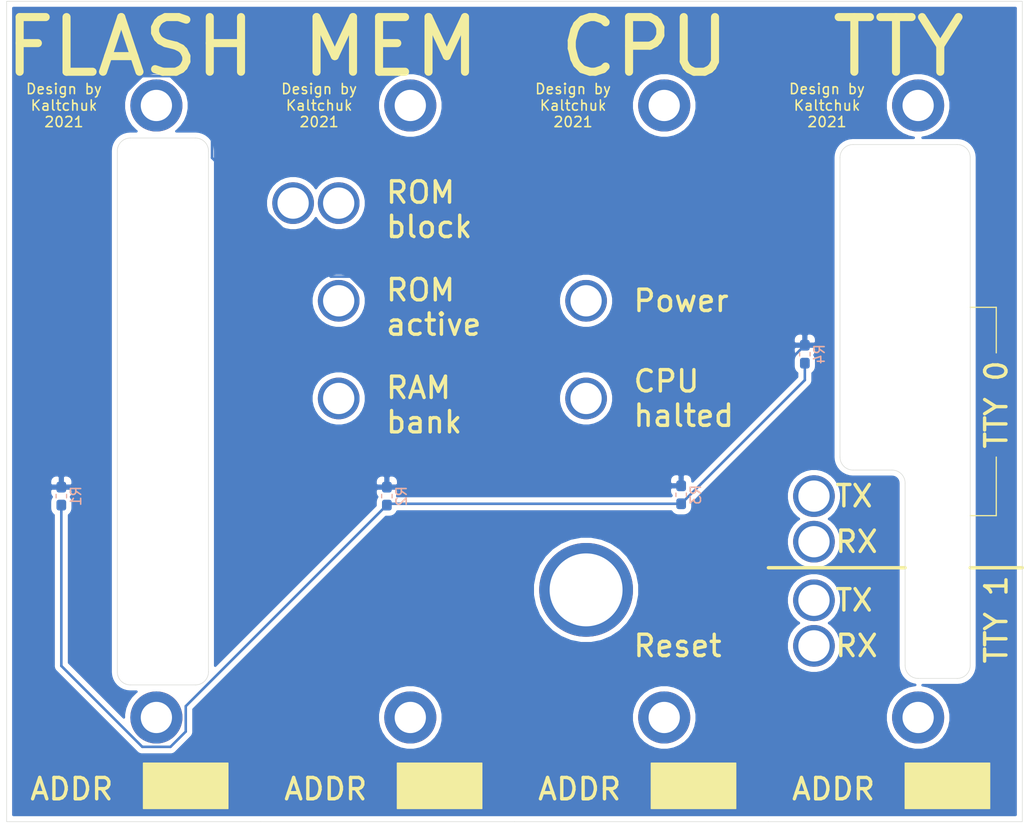
<source format=kicad_pcb>
(kicad_pcb (version 20171130) (host pcbnew "(5.1.4)-1")

  (general
    (thickness 1.6)
    (drawings 67)
    (tracks 44)
    (zones 0)
    (modules 4)
    (nets 3)
  )

  (page A4)
  (layers
    (0 F.Cu signal)
    (31 B.Cu signal)
    (32 B.Adhes user)
    (33 F.Adhes user)
    (34 B.Paste user)
    (35 F.Paste user)
    (36 B.SilkS user)
    (37 F.SilkS user)
    (38 B.Mask user)
    (39 F.Mask user)
    (40 Dwgs.User user)
    (41 Cmts.User user)
    (42 Eco1.User user)
    (43 Eco2.User user)
    (44 Edge.Cuts user)
    (45 Margin user)
    (46 B.CrtYd user)
    (47 F.CrtYd user)
    (48 B.Fab user)
    (49 F.Fab user)
  )

  (setup
    (last_trace_width 0.25)
    (trace_clearance 0.2)
    (zone_clearance 0.508)
    (zone_45_only no)
    (trace_min 0.2)
    (via_size 0.8)
    (via_drill 0.4)
    (via_min_size 0.4)
    (via_min_drill 0.3)
    (uvia_size 0.3)
    (uvia_drill 0.1)
    (uvias_allowed no)
    (uvia_min_size 0.2)
    (uvia_min_drill 0.1)
    (edge_width 0.05)
    (segment_width 0.2)
    (pcb_text_width 0.3)
    (pcb_text_size 1.5 1.5)
    (mod_edge_width 0.12)
    (mod_text_size 1 1)
    (mod_text_width 0.15)
    (pad_size 1.524 1.524)
    (pad_drill 0.762)
    (pad_to_mask_clearance 0.05)
    (aux_axis_origin 0 0)
    (visible_elements 7FFFFFFF)
    (pcbplotparams
      (layerselection 0x030f0_ffffffff)
      (usegerberextensions false)
      (usegerberattributes true)
      (usegerberadvancedattributes true)
      (creategerberjobfile true)
      (excludeedgelayer true)
      (linewidth 0.100000)
      (plotframeref false)
      (viasonmask false)
      (mode 1)
      (useauxorigin false)
      (hpglpennumber 1)
      (hpglpenspeed 20)
      (hpglpendiameter 15.000000)
      (psnegative false)
      (psa4output false)
      (plotreference true)
      (plotvalue true)
      (plotinvisibletext false)
      (padsonsilk false)
      (subtractmaskfromsilk false)
      (outputformat 1)
      (mirror false)
      (drillshape 0)
      (scaleselection 1)
      (outputdirectory ""))
  )

  (net 0 "")
  (net 1 +5V)
  (net 2 GND)

  (net_class Default "This is the default net class."
    (clearance 0.2)
    (trace_width 0.25)
    (via_dia 0.8)
    (via_drill 0.4)
    (uvia_dia 0.3)
    (uvia_drill 0.1)
    (add_net +5V)
    (add_net GND)
  )

  (module Resistor_SMD:R_0603_1608Metric_Pad1.05x0.95mm_HandSolder (layer B.Cu) (tedit 5B301BBD) (tstamp 61EDA323)
    (at 87.884 75.565 90)
    (descr "Resistor SMD 0603 (1608 Metric), square (rectangular) end terminal, IPC_7351 nominal with elongated pad for handsoldering. (Body size source: http://www.tortai-tech.com/upload/download/2011102023233369053.pdf), generated with kicad-footprint-generator")
    (tags "resistor handsolder")
    (path /61EDB279)
    (attr smd)
    (fp_text reference R1 (at 0 1.43 -90) (layer B.SilkS)
      (effects (font (size 1 1) (thickness 0.15)) (justify mirror))
    )
    (fp_text value 1k (at 0 -1.43 -90) (layer B.Fab)
      (effects (font (size 1 1) (thickness 0.15)) (justify mirror))
    )
    (fp_line (start -0.8 -0.4) (end -0.8 0.4) (layer B.Fab) (width 0.1))
    (fp_line (start -0.8 0.4) (end 0.8 0.4) (layer B.Fab) (width 0.1))
    (fp_line (start 0.8 0.4) (end 0.8 -0.4) (layer B.Fab) (width 0.1))
    (fp_line (start 0.8 -0.4) (end -0.8 -0.4) (layer B.Fab) (width 0.1))
    (fp_line (start -0.171267 0.51) (end 0.171267 0.51) (layer B.SilkS) (width 0.12))
    (fp_line (start -0.171267 -0.51) (end 0.171267 -0.51) (layer B.SilkS) (width 0.12))
    (fp_line (start -1.65 -0.73) (end -1.65 0.73) (layer B.CrtYd) (width 0.05))
    (fp_line (start -1.65 0.73) (end 1.65 0.73) (layer B.CrtYd) (width 0.05))
    (fp_line (start 1.65 0.73) (end 1.65 -0.73) (layer B.CrtYd) (width 0.05))
    (fp_line (start 1.65 -0.73) (end -1.65 -0.73) (layer B.CrtYd) (width 0.05))
    (fp_text user %R (at 0 0 -90) (layer B.Fab)
      (effects (font (size 0.4 0.4) (thickness 0.06)) (justify mirror))
    )
    (pad 1 smd roundrect (at -0.875 0 90) (size 1.05 0.95) (layers B.Cu B.Paste B.Mask) (roundrect_rratio 0.25)
      (net 1 +5V))
    (pad 2 smd roundrect (at 0.875 0 90) (size 1.05 0.95) (layers B.Cu B.Paste B.Mask) (roundrect_rratio 0.25)
      (net 2 GND))
    (model ${KISYS3DMOD}/Resistor_SMD.3dshapes/R_0603_1608Metric.wrl
      (at (xyz 0 0 0))
      (scale (xyz 1 1 1))
      (rotate (xyz 0 0 0))
    )
  )

  (module Resistor_SMD:R_0603_1608Metric_Pad1.05x0.95mm_HandSolder (layer B.Cu) (tedit 5B301BBD) (tstamp 61EDA334)
    (at 119.634 75.565 90)
    (descr "Resistor SMD 0603 (1608 Metric), square (rectangular) end terminal, IPC_7351 nominal with elongated pad for handsoldering. (Body size source: http://www.tortai-tech.com/upload/download/2011102023233369053.pdf), generated with kicad-footprint-generator")
    (tags "resistor handsolder")
    (path /61EDAB12)
    (attr smd)
    (fp_text reference R2 (at 0 1.43 -90) (layer B.SilkS)
      (effects (font (size 1 1) (thickness 0.15)) (justify mirror))
    )
    (fp_text value 1k (at 0 -1.43 -90) (layer B.Fab)
      (effects (font (size 1 1) (thickness 0.15)) (justify mirror))
    )
    (fp_text user %R (at 0 0 -90) (layer B.Fab)
      (effects (font (size 0.4 0.4) (thickness 0.06)) (justify mirror))
    )
    (fp_line (start 1.65 -0.73) (end -1.65 -0.73) (layer B.CrtYd) (width 0.05))
    (fp_line (start 1.65 0.73) (end 1.65 -0.73) (layer B.CrtYd) (width 0.05))
    (fp_line (start -1.65 0.73) (end 1.65 0.73) (layer B.CrtYd) (width 0.05))
    (fp_line (start -1.65 -0.73) (end -1.65 0.73) (layer B.CrtYd) (width 0.05))
    (fp_line (start -0.171267 -0.51) (end 0.171267 -0.51) (layer B.SilkS) (width 0.12))
    (fp_line (start -0.171267 0.51) (end 0.171267 0.51) (layer B.SilkS) (width 0.12))
    (fp_line (start 0.8 -0.4) (end -0.8 -0.4) (layer B.Fab) (width 0.1))
    (fp_line (start 0.8 0.4) (end 0.8 -0.4) (layer B.Fab) (width 0.1))
    (fp_line (start -0.8 0.4) (end 0.8 0.4) (layer B.Fab) (width 0.1))
    (fp_line (start -0.8 -0.4) (end -0.8 0.4) (layer B.Fab) (width 0.1))
    (pad 2 smd roundrect (at 0.875 0 90) (size 1.05 0.95) (layers B.Cu B.Paste B.Mask) (roundrect_rratio 0.25)
      (net 2 GND))
    (pad 1 smd roundrect (at -0.875 0 90) (size 1.05 0.95) (layers B.Cu B.Paste B.Mask) (roundrect_rratio 0.25)
      (net 1 +5V))
    (model ${KISYS3DMOD}/Resistor_SMD.3dshapes/R_0603_1608Metric.wrl
      (at (xyz 0 0 0))
      (scale (xyz 1 1 1))
      (rotate (xyz 0 0 0))
    )
  )

  (module Resistor_SMD:R_0603_1608Metric_Pad1.05x0.95mm_HandSolder (layer B.Cu) (tedit 5B301BBD) (tstamp 61EDA345)
    (at 148.336 75.438 90)
    (descr "Resistor SMD 0603 (1608 Metric), square (rectangular) end terminal, IPC_7351 nominal with elongated pad for handsoldering. (Body size source: http://www.tortai-tech.com/upload/download/2011102023233369053.pdf), generated with kicad-footprint-generator")
    (tags "resistor handsolder")
    (path /61EDA887)
    (attr smd)
    (fp_text reference R3 (at 0 1.43 -90) (layer B.SilkS)
      (effects (font (size 1 1) (thickness 0.15)) (justify mirror))
    )
    (fp_text value 1k (at 0 -1.43 -90) (layer B.Fab)
      (effects (font (size 1 1) (thickness 0.15)) (justify mirror))
    )
    (fp_line (start -0.8 -0.4) (end -0.8 0.4) (layer B.Fab) (width 0.1))
    (fp_line (start -0.8 0.4) (end 0.8 0.4) (layer B.Fab) (width 0.1))
    (fp_line (start 0.8 0.4) (end 0.8 -0.4) (layer B.Fab) (width 0.1))
    (fp_line (start 0.8 -0.4) (end -0.8 -0.4) (layer B.Fab) (width 0.1))
    (fp_line (start -0.171267 0.51) (end 0.171267 0.51) (layer B.SilkS) (width 0.12))
    (fp_line (start -0.171267 -0.51) (end 0.171267 -0.51) (layer B.SilkS) (width 0.12))
    (fp_line (start -1.65 -0.73) (end -1.65 0.73) (layer B.CrtYd) (width 0.05))
    (fp_line (start -1.65 0.73) (end 1.65 0.73) (layer B.CrtYd) (width 0.05))
    (fp_line (start 1.65 0.73) (end 1.65 -0.73) (layer B.CrtYd) (width 0.05))
    (fp_line (start 1.65 -0.73) (end -1.65 -0.73) (layer B.CrtYd) (width 0.05))
    (fp_text user %R (at 0 0 -90) (layer B.Fab)
      (effects (font (size 0.4 0.4) (thickness 0.06)) (justify mirror))
    )
    (pad 1 smd roundrect (at -0.875 0 90) (size 1.05 0.95) (layers B.Cu B.Paste B.Mask) (roundrect_rratio 0.25)
      (net 1 +5V))
    (pad 2 smd roundrect (at 0.875 0 90) (size 1.05 0.95) (layers B.Cu B.Paste B.Mask) (roundrect_rratio 0.25)
      (net 2 GND))
    (model ${KISYS3DMOD}/Resistor_SMD.3dshapes/R_0603_1608Metric.wrl
      (at (xyz 0 0 0))
      (scale (xyz 1 1 1))
      (rotate (xyz 0 0 0))
    )
  )

  (module Resistor_SMD:R_0603_1608Metric_Pad1.05x0.95mm_HandSolder (layer B.Cu) (tedit 5B301BBD) (tstamp 61EDA356)
    (at 160.401 61.722 90)
    (descr "Resistor SMD 0603 (1608 Metric), square (rectangular) end terminal, IPC_7351 nominal with elongated pad for handsoldering. (Body size source: http://www.tortai-tech.com/upload/download/2011102023233369053.pdf), generated with kicad-footprint-generator")
    (tags "resistor handsolder")
    (path /61EDB9F7)
    (attr smd)
    (fp_text reference R4 (at 0 1.43 -90) (layer B.SilkS)
      (effects (font (size 1 1) (thickness 0.15)) (justify mirror))
    )
    (fp_text value 1k (at 0 -1.43 -90) (layer B.Fab)
      (effects (font (size 1 1) (thickness 0.15)) (justify mirror))
    )
    (fp_text user %R (at 0 0 -90) (layer B.Fab)
      (effects (font (size 0.4 0.4) (thickness 0.06)) (justify mirror))
    )
    (fp_line (start 1.65 -0.73) (end -1.65 -0.73) (layer B.CrtYd) (width 0.05))
    (fp_line (start 1.65 0.73) (end 1.65 -0.73) (layer B.CrtYd) (width 0.05))
    (fp_line (start -1.65 0.73) (end 1.65 0.73) (layer B.CrtYd) (width 0.05))
    (fp_line (start -1.65 -0.73) (end -1.65 0.73) (layer B.CrtYd) (width 0.05))
    (fp_line (start -0.171267 -0.51) (end 0.171267 -0.51) (layer B.SilkS) (width 0.12))
    (fp_line (start -0.171267 0.51) (end 0.171267 0.51) (layer B.SilkS) (width 0.12))
    (fp_line (start 0.8 -0.4) (end -0.8 -0.4) (layer B.Fab) (width 0.1))
    (fp_line (start 0.8 0.4) (end 0.8 -0.4) (layer B.Fab) (width 0.1))
    (fp_line (start -0.8 0.4) (end 0.8 0.4) (layer B.Fab) (width 0.1))
    (fp_line (start -0.8 -0.4) (end -0.8 0.4) (layer B.Fab) (width 0.1))
    (pad 2 smd roundrect (at 0.875 0 90) (size 1.05 0.95) (layers B.Cu B.Paste B.Mask) (roundrect_rratio 0.25)
      (net 2 GND))
    (pad 1 smd roundrect (at -0.875 0 90) (size 1.05 0.95) (layers B.Cu B.Paste B.Mask) (roundrect_rratio 0.25)
      (net 1 +5V))
    (model ${KISYS3DMOD}/Resistor_SMD.3dshapes/R_0603_1608Metric.wrl
      (at (xyz 0 0 0))
      (scale (xyz 1 1 1))
      (rotate (xyz 0 0 0))
    )
  )

  (gr_line (start 170.18 74.295) (end 170.18 92.075) (layer Edge.Cuts) (width 0.05) (tstamp 61E90C16))
  (gr_line (start 165.1 73.025) (end 168.91 73.025) (layer Edge.Cuts) (width 0.05) (tstamp 61E90C0E))
  (gr_line (start 163.83 42.545) (end 163.83 71.755) (layer Edge.Cuts) (width 0.05) (tstamp 61E90C09))
  (gr_line (start 175.26 41.275) (end 165.1 41.275) (layer Edge.Cuts) (width 0.05) (tstamp 61E90BFC))
  (gr_line (start 176.53 92.075) (end 176.53 42.545) (layer Edge.Cuts) (width 0.05) (tstamp 61E90BF5))
  (gr_line (start 171.45 93.345) (end 175.26 93.345) (layer Edge.Cuts) (width 0.05) (tstamp 61E90BDC))
  (gr_arc (start 175.26 92.075) (end 175.26 93.345) (angle -90) (layer Edge.Cuts) (width 0.05) (tstamp 61E90B93))
  (gr_arc (start 171.45 92.075) (end 170.18 92.075) (angle -90) (layer Edge.Cuts) (width 0.05) (tstamp 61E90B89))
  (gr_arc (start 168.91 74.295) (end 170.18 74.295) (angle -90) (layer Edge.Cuts) (width 0.05) (tstamp 61E90B7D))
  (gr_arc (start 165.1 71.755) (end 163.83 71.755) (angle -90) (layer Edge.Cuts) (width 0.05) (tstamp 61E90B6F))
  (gr_arc (start 165.1 42.545) (end 165.1 41.275) (angle -90) (layer Edge.Cuts) (width 0.05) (tstamp 61E90B59))
  (gr_arc (start 175.26 42.545) (end 176.53 42.545) (angle -90) (layer Edge.Cuts) (width 0.05) (tstamp 61E90B3A))
  (gr_line (start 93.345 92.71) (end 93.345 41.91) (layer Edge.Cuts) (width 0.05) (tstamp 61E90AF1))
  (gr_line (start 100.965 93.98) (end 94.615 93.98) (layer Edge.Cuts) (width 0.05) (tstamp 61E90AE4))
  (gr_line (start 102.235 41.91) (end 102.235 92.71) (layer Edge.Cuts) (width 0.05) (tstamp 61E90ADF))
  (gr_line (start 100.965 40.64) (end 94.615 40.64) (layer Edge.Cuts) (width 0.05) (tstamp 61E90ACC))
  (gr_arc (start 94.615 92.71) (end 93.345 92.71) (angle -90) (layer Edge.Cuts) (width 0.05) (tstamp 61E90A78))
  (gr_arc (start 100.965 92.71) (end 100.965 93.98) (angle -90) (layer Edge.Cuts) (width 0.05) (tstamp 61E90A6F))
  (gr_arc (start 100.965 41.91) (end 102.235 41.91) (angle -90) (layer Edge.Cuts) (width 0.05) (tstamp 61E90A4B))
  (gr_arc (start 94.615 41.91) (end 94.615 40.64) (angle -90) (layer Edge.Cuts) (width 0.05))
  (gr_text "Design by\nKaltchuk\n2021" (at 162.56 37.465) (layer F.SilkS) (tstamp 61921EDF)
    (effects (font (size 1 1) (thickness 0.15)))
  )
  (gr_text "Design by\nKaltchuk\n2021" (at 137.795 37.465) (layer F.SilkS) (tstamp 61921ED3)
    (effects (font (size 1 1) (thickness 0.15)))
  )
  (gr_text "Design by\nKaltchuk\n2021" (at 113.03 37.465) (layer F.SilkS) (tstamp 61921EC0)
    (effects (font (size 1 1) (thickness 0.15)))
  )
  (gr_text "Design by\nKaltchuk\n2021" (at 88.138 37.465) (layer F.SilkS)
    (effects (font (size 1 1) (thickness 0.15)))
  )
  (gr_line (start 179.07 77.47) (end 179.07 71.755) (layer F.SilkS) (width 0.12))
  (gr_line (start 179.07 57.15) (end 179.07 61.595) (layer F.SilkS) (width 0.12))
  (gr_line (start 176.53 77.47) (end 179.07 77.47) (layer F.SilkS) (width 0.12))
  (gr_line (start 176.53 57.15) (end 179.07 57.15) (layer F.SilkS) (width 0.12))
  (gr_poly (pts (xy 104.14 106.045) (xy 95.885 106.045) (xy 95.885 101.6) (xy 104.14 101.6)) (layer F.SilkS) (width 0.1) (tstamp 6167F606))
  (gr_poly (pts (xy 128.905 106.045) (xy 120.65 106.045) (xy 120.65 101.6) (xy 128.905 101.6)) (layer F.SilkS) (width 0.1) (tstamp 6167F5FD))
  (gr_poly (pts (xy 153.67 106.045) (xy 145.415 106.045) (xy 145.415 101.6) (xy 153.67 101.6)) (layer F.SilkS) (width 0.1) (tstamp 6167F5F2))
  (gr_poly (pts (xy 178.435 106.045) (xy 170.18 106.045) (xy 170.18 101.6) (xy 178.435 101.6)) (layer F.SilkS) (width 0.1))
  (gr_text "TTY 1" (at 179.07 92.075 90) (layer F.SilkS) (tstamp 6167F49B)
    (effects (font (size 2.0828 2.0828) (thickness 0.3302)) (justify left))
  )
  (gr_text "TTY 0" (at 179.07 71.12 90) (layer F.SilkS) (tstamp 6167F479)
    (effects (font (size 2.0828 2.0828) (thickness 0.3302)) (justify left))
  )
  (gr_line (start 176.53 82.55) (end 181.61 82.55) (layer F.SilkS) (width 0.3302) (tstamp 6167F423))
  (gr_text TX (at 163.195 85.725) (layer F.SilkS) (tstamp 6167F412)
    (effects (font (size 2.0828 2.0828) (thickness 0.3302)) (justify left))
  )
  (gr_text RX (at 163.195 90.17) (layer F.SilkS) (tstamp 6167F411)
    (effects (font (size 2.0828 2.0828) (thickness 0.3302)) (justify left))
  )
  (gr_text TX (at 163.195 75.565) (layer F.SilkS) (tstamp 6167F3CB)
    (effects (font (size 2.0828 2.0828) (thickness 0.3302)) (justify left))
  )
  (gr_text RX (at 163.195 80.01) (layer F.SilkS) (tstamp 6167F39A)
    (effects (font (size 2.0828 2.0828) (thickness 0.3302)) (justify left))
  )
  (gr_line (start 156.845 82.55) (end 170.18 82.55) (layer F.SilkS) (width 0.3302))
  (gr_text ADDR (at 163.195 104.14) (layer F.SilkS) (tstamp 6150AD3A)
    (effects (font (size 2.0828 2.0828) (thickness 0.3302)))
  )
  (gr_text TTY (at 169.545 31.75) (layer F.SilkS) (tstamp 6150AD39)
    (effects (font (size 5.334 5.334) (thickness 0.7874)))
  )
  (gr_line (start 156.845 107.315) (end 181.61 107.315) (layer Edge.Cuts) (width 0.05) (tstamp 6150AD37))
  (gr_line (start 156.845 27.305) (end 181.61 27.305) (layer Edge.Cuts) (width 0.05) (tstamp 6150AD31))
  (gr_line (start 181.61 107.315) (end 181.61 27.305) (layer Edge.Cuts) (width 0.05) (tstamp 6150AD2E))
  (gr_line (start 82.55 27.305) (end 107.315 27.305) (layer Edge.Cuts) (width 0.05) (tstamp 6150549E))
  (gr_line (start 82.55 27.305) (end 82.55 107.315) (layer Edge.Cuts) (width 0.05) (tstamp 6150549F))
  (gr_line (start 107.315 107.315) (end 132.08 107.315) (layer Edge.Cuts) (width 0.05) (tstamp 6150590E))
  (gr_line (start 82.55 107.315) (end 107.315 107.315) (layer Edge.Cuts) (width 0.05) (tstamp 6150549D))
  (gr_line (start 107.315 27.305) (end 132.08 27.305) (layer Edge.Cuts) (width 0.05) (tstamp 61505907))
  (gr_line (start 107.315 107.315) (end 107.315 27.305) (layer Margin) (width 0.254) (tstamp 6150549C))
  (gr_text "RAM\nbank" (at 119.38 66.675) (layer F.SilkS) (tstamp 61505B25)
    (effects (font (size 2.0828 2.0828) (thickness 0.3302)) (justify left))
  )
  (gr_text "ROM\nblock" (at 119.38 47.625) (layer F.SilkS) (tstamp 61505A15)
    (effects (font (size 2.0828 2.0828) (thickness 0.3302)) (justify left))
  )
  (gr_text ADDR (at 88.9 104.14) (layer F.SilkS) (tstamp 61505495)
    (effects (font (size 2.0828 2.0828) (thickness 0.3302)))
  )
  (gr_text MEM (at 120.015 31.75) (layer F.SilkS) (tstamp 61505901)
    (effects (font (size 5.334 5.334) (thickness 0.7874)))
  )
  (gr_text FLASH (at 94.615 31.75) (layer F.SilkS) (tstamp 61505496)
    (effects (font (size 5.334 5.334) (thickness 0.7874)))
  )
  (gr_text ADDR (at 113.665 104.14) (layer F.SilkS) (tstamp 61505902)
    (effects (font (size 2.0828 2.0828) (thickness 0.3302)))
  )
  (gr_text "ROM\nactive" (at 119.38 57.15) (layer F.SilkS) (tstamp 61505AF4)
    (effects (font (size 2.0828 2.0828) (thickness 0.3302)) (justify left))
  )
  (gr_text "Reset\n" (at 143.51 90.17) (layer F.SilkS) (tstamp 61506143)
    (effects (font (size 2.0828 2.0828) (thickness 0.3302)) (justify left))
  )
  (gr_text "Power\n" (at 143.51 56.515) (layer F.SilkS) (tstamp 61505F9D)
    (effects (font (size 2.0828 2.0828) (thickness 0.3302)) (justify left))
  )
  (gr_text "CPU\nhalted" (at 143.51 66.04) (layer F.SilkS) (tstamp 61505F9C)
    (effects (font (size 2.0828 2.0828) (thickness 0.3302)) (justify left))
  )
  (gr_line (start 132.08 107.315) (end 156.845 107.315) (layer Edge.Cuts) (width 0.05) (tstamp 61505F70))
  (gr_line (start 132.08 27.305) (end 156.845 27.305) (layer Edge.Cuts) (width 0.05) (tstamp 61505F69))
  (gr_line (start 132.08 27.305) (end 132.08 107.315) (layer Margin) (width 0.254) (tstamp 61505F68))
  (gr_line (start 156.845 107.315) (end 156.845 27.305) (layer Margin) (width 0.254) (tstamp 61505F67))
  (gr_text ADDR (at 138.43 104.14) (layer F.SilkS) (tstamp 61505F64)
    (effects (font (size 2.0828 2.0828) (thickness 0.3302)))
  )
  (gr_text CPU (at 144.78 31.75) (layer F.SilkS) (tstamp 61505F63)
    (effects (font (size 5.334 5.334) (thickness 0.7874)))
  )

  (via (at 171.45 37.465) (size 5.08) (drill 3.048) (layers F.Cu B.Cu) (net 0))
  (via (at 146.685 37.465) (size 5.08) (drill 3.048) (layers F.Cu B.Cu) (net 0))
  (via (at 121.92 37.465) (size 5.08) (drill 3.048) (layers F.Cu B.Cu) (net 0))
  (via (at 97.155 37.465) (size 5.08) (drill 3.048) (layers F.Cu B.Cu) (net 0))
  (via (at 97.155 97.155) (size 5.08) (drill 3.048) (layers F.Cu B.Cu) (net 0))
  (via (at 121.92 97.155) (size 5.08) (drill 3.048) (layers F.Cu B.Cu) (net 0))
  (via (at 146.685 97.155) (size 5.08) (drill 3.048) (layers F.Cu B.Cu) (net 0))
  (via (at 171.45 97.155) (size 5.08) (drill 3.048) (layers F.Cu B.Cu) (net 0))
  (via (at 110.49 46.99) (size 4.064) (drill 3.048) (layers F.Cu B.Cu) (net 0))
  (via (at 114.935 46.99) (size 4.064) (drill 3.048) (layers F.Cu B.Cu) (net 0))
  (via (at 114.935 56.515) (size 4.064) (drill 3.048) (layers F.Cu B.Cu) (net 0))
  (via (at 114.935 66.04) (size 4.064) (drill 3.048) (layers F.Cu B.Cu) (net 0))
  (via (at 139.065 56.515) (size 4.064) (drill 3.048) (layers F.Cu B.Cu) (net 0))
  (via (at 139.065 66.04) (size 4.064) (drill 3.048) (layers F.Cu B.Cu) (net 0))
  (via (at 161.29 75.565) (size 4.064) (drill 3.048) (layers F.Cu B.Cu) (net 0))
  (via (at 161.29 80.01) (size 4.064) (drill 3.048) (layers F.Cu B.Cu) (net 0))
  (via (at 161.29 85.725) (size 4.064) (drill 3.048) (layers F.Cu B.Cu) (net 0))
  (via (at 161.29 90.17) (size 4.064) (drill 3.048) (layers F.Cu B.Cu) (net 0))
  (via (at 139.065 84.709) (size 9.144) (drill 7.112) (layers F.Cu B.Cu) (net 0) (tstamp 61921736))
  (segment (start 160.401 64.248) (end 148.336 76.313) (width 0.25) (layer B.Cu) (net 1))
  (segment (start 160.401 62.597) (end 160.401 64.248) (width 0.25) (layer B.Cu) (net 1))
  (segment (start 119.761 76.313) (end 119.634 76.44) (width 0.25) (layer B.Cu) (net 1))
  (segment (start 148.336 76.313) (end 119.761 76.313) (width 0.25) (layer B.Cu) (net 1))
  (segment (start 87.884 77.065) (end 87.884 76.44) (width 0.25) (layer B.Cu) (net 1))
  (segment (start 87.884 92.124202) (end 87.884 77.065) (width 0.25) (layer B.Cu) (net 1))
  (segment (start 95.779799 100.020001) (end 87.884 92.124202) (width 0.25) (layer B.Cu) (net 1))
  (segment (start 98.530201 100.020001) (end 95.779799 100.020001) (width 0.25) (layer B.Cu) (net 1))
  (segment (start 100.020001 98.530201) (end 98.530201 100.020001) (width 0.25) (layer B.Cu) (net 1))
  (segment (start 100.020001 96.053999) (end 100.020001 98.530201) (width 0.25) (layer B.Cu) (net 1))
  (segment (start 119.634 76.44) (end 100.020001 96.053999) (width 0.25) (layer B.Cu) (net 1))
  (segment (start 148.336 72.912) (end 148.336 74.563) (width 0.25) (layer B.Cu) (net 2))
  (segment (start 160.401 60.847) (end 148.336 72.912) (width 0.25) (layer B.Cu) (net 2))
  (segment (start 119.761 74.563) (end 119.634 74.69) (width 0.25) (layer B.Cu) (net 2))
  (segment (start 148.336 74.563) (end 119.761 74.563) (width 0.25) (layer B.Cu) (net 2))
  (segment (start 87.884 74.065) (end 87.884 74.69) (width 0.25) (layer B.Cu) (net 2))
  (segment (start 95.779799 34.599999) (end 87.884 42.495798) (width 0.25) (layer B.Cu) (net 2))
  (segment (start 98.530201 34.599999) (end 95.779799 34.599999) (width 0.25) (layer B.Cu) (net 2))
  (segment (start 102.58501 38.654808) (end 98.530201 34.599999) (width 0.25) (layer B.Cu) (net 2))
  (segment (start 102.58501 42.573372) (end 102.58501 38.654808) (width 0.25) (layer B.Cu) (net 2))
  (segment (start 114.169637 54.157999) (end 102.58501 42.573372) (width 0.25) (layer B.Cu) (net 2))
  (segment (start 116.066361 54.157999) (end 114.169637 54.157999) (width 0.25) (layer B.Cu) (net 2))
  (segment (start 119.634 57.725638) (end 116.066361 54.157999) (width 0.25) (layer B.Cu) (net 2))
  (segment (start 87.884 42.495798) (end 87.884 74.065) (width 0.25) (layer B.Cu) (net 2))
  (segment (start 119.634 74.69) (end 119.634 57.725638) (width 0.25) (layer B.Cu) (net 2))

  (zone (net 2) (net_name GND) (layer B.Cu) (tstamp 61EDA730) (hatch edge 0.508)
    (connect_pads (clearance 0.508))
    (min_thickness 0.254)
    (fill yes (arc_segments 32) (thermal_gap 0.508) (thermal_bridge_width 0.508))
    (polygon
      (pts
        (xy 82.55 27.432) (xy 181.61 27.305) (xy 181.61 107.315) (xy 82.55 107.315)
      )
    )
    (filled_polygon
      (pts
        (xy 180.95 106.655) (xy 83.21 106.655) (xy 83.21 75.215) (xy 86.770928 75.215) (xy 86.783188 75.339482)
        (xy 86.819498 75.45918) (xy 86.878463 75.569494) (xy 86.938099 75.642161) (xy 86.918488 75.666058) (xy 86.837577 75.817433)
        (xy 86.787752 75.981684) (xy 86.770928 76.1525) (xy 86.770928 76.7275) (xy 86.787752 76.898316) (xy 86.837577 77.062567)
        (xy 86.918488 77.213942) (xy 87.027377 77.346623) (xy 87.124001 77.425921) (xy 87.124 92.08688) (xy 87.120324 92.124202)
        (xy 87.124 92.161524) (xy 87.124 92.161534) (xy 87.134997 92.273187) (xy 87.170224 92.389317) (xy 87.178454 92.416448)
        (xy 87.249026 92.548478) (xy 87.28311 92.590009) (xy 87.343999 92.664203) (xy 87.373003 92.688006) (xy 95.216 100.531004)
        (xy 95.239798 100.560002) (xy 95.268796 100.5838) (xy 95.355522 100.654975) (xy 95.487552 100.725547) (xy 95.630813 100.769004)
        (xy 95.742466 100.780001) (xy 95.742475 100.780001) (xy 95.779798 100.783677) (xy 95.817121 100.780001) (xy 98.492879 100.780001)
        (xy 98.530201 100.783677) (xy 98.567523 100.780001) (xy 98.567534 100.780001) (xy 98.679187 100.769004) (xy 98.822448 100.725547)
        (xy 98.954477 100.654975) (xy 99.070202 100.560002) (xy 99.094005 100.530998) (xy 100.531004 99.094) (xy 100.560002 99.070202)
        (xy 100.654975 98.954477) (xy 100.725547 98.822448) (xy 100.769004 98.679187) (xy 100.780001 98.567534) (xy 100.780001 98.567525)
        (xy 100.783677 98.530202) (xy 100.780001 98.492879) (xy 100.780001 96.84229) (xy 118.745 96.84229) (xy 118.745 97.46771)
        (xy 118.867014 98.081113) (xy 119.106352 98.658926) (xy 119.453817 99.178944) (xy 119.896056 99.621183) (xy 120.416074 99.968648)
        (xy 120.993887 100.207986) (xy 121.60729 100.33) (xy 122.23271 100.33) (xy 122.846113 100.207986) (xy 123.423926 99.968648)
        (xy 123.943944 99.621183) (xy 124.386183 99.178944) (xy 124.733648 98.658926) (xy 124.972986 98.081113) (xy 125.095 97.46771)
        (xy 125.095 96.84229) (xy 143.51 96.84229) (xy 143.51 97.46771) (xy 143.632014 98.081113) (xy 143.871352 98.658926)
        (xy 144.218817 99.178944) (xy 144.661056 99.621183) (xy 145.181074 99.968648) (xy 145.758887 100.207986) (xy 146.37229 100.33)
        (xy 146.99771 100.33) (xy 147.611113 100.207986) (xy 148.188926 99.968648) (xy 148.708944 99.621183) (xy 149.151183 99.178944)
        (xy 149.498648 98.658926) (xy 149.737986 98.081113) (xy 149.86 97.46771) (xy 149.86 96.84229) (xy 149.737986 96.228887)
        (xy 149.498648 95.651074) (xy 149.151183 95.131056) (xy 148.708944 94.688817) (xy 148.188926 94.341352) (xy 147.611113 94.102014)
        (xy 146.99771 93.98) (xy 146.37229 93.98) (xy 145.758887 94.102014) (xy 145.181074 94.341352) (xy 144.661056 94.688817)
        (xy 144.218817 95.131056) (xy 143.871352 95.651074) (xy 143.632014 96.228887) (xy 143.51 96.84229) (xy 125.095 96.84229)
        (xy 124.972986 96.228887) (xy 124.733648 95.651074) (xy 124.386183 95.131056) (xy 123.943944 94.688817) (xy 123.423926 94.341352)
        (xy 122.846113 94.102014) (xy 122.23271 93.98) (xy 121.60729 93.98) (xy 120.993887 94.102014) (xy 120.416074 94.341352)
        (xy 119.896056 94.688817) (xy 119.453817 95.131056) (xy 119.106352 95.651074) (xy 118.867014 96.228887) (xy 118.745 96.84229)
        (xy 100.780001 96.84229) (xy 100.780001 96.3688) (xy 112.952647 84.196155) (xy 133.858 84.196155) (xy 133.858 85.221845)
        (xy 134.058103 86.227826) (xy 134.450617 87.175439) (xy 135.020459 88.028269) (xy 135.745731 88.753541) (xy 136.598561 89.323383)
        (xy 137.546174 89.715897) (xy 138.552155 89.916) (xy 139.577845 89.916) (xy 140.583826 89.715897) (xy 141.531439 89.323383)
        (xy 142.384269 88.753541) (xy 143.109541 88.028269) (xy 143.679383 87.175439) (xy 144.071897 86.227826) (xy 144.224165 85.462323)
        (xy 158.623 85.462323) (xy 158.623 85.987677) (xy 158.725492 86.502935) (xy 158.926536 86.988298) (xy 159.218406 87.425113)
        (xy 159.589887 87.796594) (xy 159.815734 87.9475) (xy 159.589887 88.098406) (xy 159.218406 88.469887) (xy 158.926536 88.906702)
        (xy 158.725492 89.392065) (xy 158.623 89.907323) (xy 158.623 90.432677) (xy 158.725492 90.947935) (xy 158.926536 91.433298)
        (xy 159.218406 91.870113) (xy 159.589887 92.241594) (xy 160.026702 92.533464) (xy 160.512065 92.734508) (xy 161.027323 92.837)
        (xy 161.552677 92.837) (xy 162.067935 92.734508) (xy 162.553298 92.533464) (xy 162.990113 92.241594) (xy 163.361594 91.870113)
        (xy 163.653464 91.433298) (xy 163.854508 90.947935) (xy 163.957 90.432677) (xy 163.957 89.907323) (xy 163.854508 89.392065)
        (xy 163.653464 88.906702) (xy 163.361594 88.469887) (xy 162.990113 88.098406) (xy 162.764266 87.9475) (xy 162.990113 87.796594)
        (xy 163.361594 87.425113) (xy 163.653464 86.988298) (xy 163.854508 86.502935) (xy 163.957 85.987677) (xy 163.957 85.462323)
        (xy 163.854508 84.947065) (xy 163.653464 84.461702) (xy 163.361594 84.024887) (xy 162.990113 83.653406) (xy 162.553298 83.361536)
        (xy 162.067935 83.160492) (xy 161.552677 83.058) (xy 161.027323 83.058) (xy 160.512065 83.160492) (xy 160.026702 83.361536)
        (xy 159.589887 83.653406) (xy 159.218406 84.024887) (xy 158.926536 84.461702) (xy 158.725492 84.947065) (xy 158.623 85.462323)
        (xy 144.224165 85.462323) (xy 144.272 85.221845) (xy 144.272 84.196155) (xy 144.071897 83.190174) (xy 143.679383 82.242561)
        (xy 143.109541 81.389731) (xy 142.384269 80.664459) (xy 141.531439 80.094617) (xy 140.583826 79.702103) (xy 139.577845 79.502)
        (xy 138.552155 79.502) (xy 137.546174 79.702103) (xy 136.598561 80.094617) (xy 135.745731 80.664459) (xy 135.020459 81.389731)
        (xy 134.450617 82.242561) (xy 134.058103 83.190174) (xy 133.858 84.196155) (xy 112.952647 84.196155) (xy 119.545731 77.603072)
        (xy 119.8715 77.603072) (xy 120.042316 77.586248) (xy 120.206567 77.536423) (xy 120.357942 77.455512) (xy 120.490623 77.346623)
        (xy 120.599512 77.213942) (xy 120.674846 77.073) (xy 147.363036 77.073) (xy 147.370488 77.086942) (xy 147.479377 77.219623)
        (xy 147.612058 77.328512) (xy 147.763433 77.409423) (xy 147.927684 77.459248) (xy 148.0985 77.476072) (xy 148.5735 77.476072)
        (xy 148.744316 77.459248) (xy 148.908567 77.409423) (xy 149.059942 77.328512) (xy 149.192623 77.219623) (xy 149.301512 77.086942)
        (xy 149.382423 76.935567) (xy 149.432248 76.771316) (xy 149.449072 76.6005) (xy 149.449072 76.274729) (xy 150.421478 75.302323)
        (xy 158.623 75.302323) (xy 158.623 75.827677) (xy 158.725492 76.342935) (xy 158.926536 76.828298) (xy 159.218406 77.265113)
        (xy 159.589887 77.636594) (xy 159.815734 77.7875) (xy 159.589887 77.938406) (xy 159.218406 78.309887) (xy 158.926536 78.746702)
        (xy 158.725492 79.232065) (xy 158.623 79.747323) (xy 158.623 80.272677) (xy 158.725492 80.787935) (xy 158.926536 81.273298)
        (xy 159.218406 81.710113) (xy 159.589887 82.081594) (xy 160.026702 82.373464) (xy 160.512065 82.574508) (xy 161.027323 82.677)
        (xy 161.552677 82.677) (xy 162.067935 82.574508) (xy 162.553298 82.373464) (xy 162.990113 82.081594) (xy 163.361594 81.710113)
        (xy 163.653464 81.273298) (xy 163.854508 80.787935) (xy 163.957 80.272677) (xy 163.957 79.747323) (xy 163.854508 79.232065)
        (xy 163.653464 78.746702) (xy 163.361594 78.309887) (xy 162.990113 77.938406) (xy 162.764266 77.7875) (xy 162.990113 77.636594)
        (xy 163.361594 77.265113) (xy 163.653464 76.828298) (xy 163.854508 76.342935) (xy 163.957 75.827677) (xy 163.957 75.302323)
        (xy 163.854508 74.787065) (xy 163.653464 74.301702) (xy 163.361594 73.864887) (xy 162.990113 73.493406) (xy 162.553298 73.201536)
        (xy 162.067935 73.000492) (xy 161.552677 72.898) (xy 161.027323 72.898) (xy 160.512065 73.000492) (xy 160.026702 73.201536)
        (xy 159.589887 73.493406) (xy 159.218406 73.864887) (xy 158.926536 74.301702) (xy 158.725492 74.787065) (xy 158.623 75.302323)
        (xy 150.421478 75.302323) (xy 160.912003 64.811799) (xy 160.941001 64.788001) (xy 161.035974 64.672276) (xy 161.106546 64.540247)
        (xy 161.150003 64.396986) (xy 161.161 64.285333) (xy 161.161 64.285325) (xy 161.164676 64.248) (xy 161.161 64.210675)
        (xy 161.161 63.58292) (xy 161.257623 63.503623) (xy 161.366512 63.370942) (xy 161.447423 63.219567) (xy 161.497248 63.055316)
        (xy 161.514072 62.8845) (xy 161.514072 62.3095) (xy 161.497248 62.138684) (xy 161.447423 61.974433) (xy 161.366512 61.823058)
        (xy 161.346901 61.799161) (xy 161.406537 61.726494) (xy 161.465502 61.61618) (xy 161.501812 61.496482) (xy 161.514072 61.372)
        (xy 161.511 61.13275) (xy 161.35225 60.974) (xy 160.528 60.974) (xy 160.528 60.994) (xy 160.274 60.994)
        (xy 160.274 60.974) (xy 159.44975 60.974) (xy 159.291 61.13275) (xy 159.287928 61.372) (xy 159.300188 61.496482)
        (xy 159.336498 61.61618) (xy 159.395463 61.726494) (xy 159.455099 61.799161) (xy 159.435488 61.823058) (xy 159.354577 61.974433)
        (xy 159.304752 62.138684) (xy 159.287928 62.3095) (xy 159.287928 62.8845) (xy 159.304752 63.055316) (xy 159.354577 63.219567)
        (xy 159.435488 63.370942) (xy 159.544377 63.503623) (xy 159.641001 63.58292) (xy 159.641001 63.933197) (xy 149.447939 74.12626)
        (xy 149.449072 74.038) (xy 149.436812 73.913518) (xy 149.400502 73.79382) (xy 149.341537 73.683506) (xy 149.262185 73.586815)
        (xy 149.165494 73.507463) (xy 149.05518 73.448498) (xy 148.935482 73.412188) (xy 148.811 73.399928) (xy 148.62175 73.403)
        (xy 148.463 73.56175) (xy 148.463 74.436) (xy 148.483 74.436) (xy 148.483 74.69) (xy 148.463 74.69)
        (xy 148.463 74.71) (xy 148.209 74.71) (xy 148.209 74.69) (xy 147.38475 74.69) (xy 147.226 74.84875)
        (xy 147.222928 75.088) (xy 147.235188 75.212482) (xy 147.271498 75.33218) (xy 147.330463 75.442494) (xy 147.390099 75.515161)
        (xy 147.370488 75.539058) (xy 147.363036 75.553) (xy 120.648353 75.553) (xy 120.698502 75.45918) (xy 120.734812 75.339482)
        (xy 120.747072 75.215) (xy 120.744 74.97575) (xy 120.58525 74.817) (xy 119.761 74.817) (xy 119.761 74.837)
        (xy 119.507 74.837) (xy 119.507 74.817) (xy 118.68275 74.817) (xy 118.524 74.97575) (xy 118.520928 75.215)
        (xy 118.533188 75.339482) (xy 118.569498 75.45918) (xy 118.628463 75.569494) (xy 118.688099 75.642161) (xy 118.668488 75.666058)
        (xy 118.587577 75.817433) (xy 118.537752 75.981684) (xy 118.520928 76.1525) (xy 118.520928 76.478269) (xy 102.895 92.104199)
        (xy 102.895 74.165) (xy 118.520928 74.165) (xy 118.524 74.40425) (xy 118.68275 74.563) (xy 119.507 74.563)
        (xy 119.507 73.68875) (xy 119.761 73.68875) (xy 119.761 74.563) (xy 120.58525 74.563) (xy 120.744 74.40425)
        (xy 120.747072 74.165) (xy 120.734812 74.040518) (xy 120.734049 74.038) (xy 147.222928 74.038) (xy 147.226 74.27725)
        (xy 147.38475 74.436) (xy 148.209 74.436) (xy 148.209 73.56175) (xy 148.05025 73.403) (xy 147.861 73.399928)
        (xy 147.736518 73.412188) (xy 147.61682 73.448498) (xy 147.506506 73.507463) (xy 147.409815 73.586815) (xy 147.330463 73.683506)
        (xy 147.271498 73.79382) (xy 147.235188 73.913518) (xy 147.222928 74.038) (xy 120.734049 74.038) (xy 120.698502 73.92082)
        (xy 120.639537 73.810506) (xy 120.560185 73.713815) (xy 120.463494 73.634463) (xy 120.35318 73.575498) (xy 120.233482 73.539188)
        (xy 120.109 73.526928) (xy 119.91975 73.53) (xy 119.761 73.68875) (xy 119.507 73.68875) (xy 119.34825 73.53)
        (xy 119.159 73.526928) (xy 119.034518 73.539188) (xy 118.91482 73.575498) (xy 118.804506 73.634463) (xy 118.707815 73.713815)
        (xy 118.628463 73.810506) (xy 118.569498 73.92082) (xy 118.533188 74.040518) (xy 118.520928 74.165) (xy 102.895 74.165)
        (xy 102.895 65.777323) (xy 112.268 65.777323) (xy 112.268 66.302677) (xy 112.370492 66.817935) (xy 112.571536 67.303298)
        (xy 112.863406 67.740113) (xy 113.234887 68.111594) (xy 113.671702 68.403464) (xy 114.157065 68.604508) (xy 114.672323 68.707)
        (xy 115.197677 68.707) (xy 115.712935 68.604508) (xy 116.198298 68.403464) (xy 116.635113 68.111594) (xy 117.006594 67.740113)
        (xy 117.298464 67.303298) (xy 117.499508 66.817935) (xy 117.602 66.302677) (xy 117.602 65.777323) (xy 136.398 65.777323)
        (xy 136.398 66.302677) (xy 136.500492 66.817935) (xy 136.701536 67.303298) (xy 136.993406 67.740113) (xy 137.364887 68.111594)
        (xy 137.801702 68.403464) (xy 138.287065 68.604508) (xy 138.802323 68.707) (xy 139.327677 68.707) (xy 139.842935 68.604508)
        (xy 140.328298 68.403464) (xy 140.765113 68.111594) (xy 141.136594 67.740113) (xy 141.428464 67.303298) (xy 141.629508 66.817935)
        (xy 141.732 66.302677) (xy 141.732 65.777323) (xy 141.629508 65.262065) (xy 141.428464 64.776702) (xy 141.136594 64.339887)
        (xy 140.765113 63.968406) (xy 140.328298 63.676536) (xy 139.842935 63.475492) (xy 139.327677 63.373) (xy 138.802323 63.373)
        (xy 138.287065 63.475492) (xy 137.801702 63.676536) (xy 137.364887 63.968406) (xy 136.993406 64.339887) (xy 136.701536 64.776702)
        (xy 136.500492 65.262065) (xy 136.398 65.777323) (xy 117.602 65.777323) (xy 117.499508 65.262065) (xy 117.298464 64.776702)
        (xy 117.006594 64.339887) (xy 116.635113 63.968406) (xy 116.198298 63.676536) (xy 115.712935 63.475492) (xy 115.197677 63.373)
        (xy 114.672323 63.373) (xy 114.157065 63.475492) (xy 113.671702 63.676536) (xy 113.234887 63.968406) (xy 112.863406 64.339887)
        (xy 112.571536 64.776702) (xy 112.370492 65.262065) (xy 112.268 65.777323) (xy 102.895 65.777323) (xy 102.895 60.322)
        (xy 159.287928 60.322) (xy 159.291 60.56125) (xy 159.44975 60.72) (xy 160.274 60.72) (xy 160.274 59.84575)
        (xy 160.528 59.84575) (xy 160.528 60.72) (xy 161.35225 60.72) (xy 161.511 60.56125) (xy 161.514072 60.322)
        (xy 161.501812 60.197518) (xy 161.465502 60.07782) (xy 161.406537 59.967506) (xy 161.327185 59.870815) (xy 161.230494 59.791463)
        (xy 161.12018 59.732498) (xy 161.000482 59.696188) (xy 160.876 59.683928) (xy 160.68675 59.687) (xy 160.528 59.84575)
        (xy 160.274 59.84575) (xy 160.11525 59.687) (xy 159.926 59.683928) (xy 159.801518 59.696188) (xy 159.68182 59.732498)
        (xy 159.571506 59.791463) (xy 159.474815 59.870815) (xy 159.395463 59.967506) (xy 159.336498 60.07782) (xy 159.300188 60.197518)
        (xy 159.287928 60.322) (xy 102.895 60.322) (xy 102.895 56.252323) (xy 112.268 56.252323) (xy 112.268 56.777677)
        (xy 112.370492 57.292935) (xy 112.571536 57.778298) (xy 112.863406 58.215113) (xy 113.234887 58.586594) (xy 113.671702 58.878464)
        (xy 114.157065 59.079508) (xy 114.672323 59.182) (xy 115.197677 59.182) (xy 115.712935 59.079508) (xy 116.198298 58.878464)
        (xy 116.635113 58.586594) (xy 117.006594 58.215113) (xy 117.298464 57.778298) (xy 117.499508 57.292935) (xy 117.602 56.777677)
        (xy 117.602 56.252323) (xy 136.398 56.252323) (xy 136.398 56.777677) (xy 136.500492 57.292935) (xy 136.701536 57.778298)
        (xy 136.993406 58.215113) (xy 137.364887 58.586594) (xy 137.801702 58.878464) (xy 138.287065 59.079508) (xy 138.802323 59.182)
        (xy 139.327677 59.182) (xy 139.842935 59.079508) (xy 140.328298 58.878464) (xy 140.765113 58.586594) (xy 141.136594 58.215113)
        (xy 141.428464 57.778298) (xy 141.629508 57.292935) (xy 141.732 56.777677) (xy 141.732 56.252323) (xy 141.629508 55.737065)
        (xy 141.428464 55.251702) (xy 141.136594 54.814887) (xy 140.765113 54.443406) (xy 140.328298 54.151536) (xy 139.842935 53.950492)
        (xy 139.327677 53.848) (xy 138.802323 53.848) (xy 138.287065 53.950492) (xy 137.801702 54.151536) (xy 137.364887 54.443406)
        (xy 136.993406 54.814887) (xy 136.701536 55.251702) (xy 136.500492 55.737065) (xy 136.398 56.252323) (xy 117.602 56.252323)
        (xy 117.499508 55.737065) (xy 117.298464 55.251702) (xy 117.006594 54.814887) (xy 116.635113 54.443406) (xy 116.198298 54.151536)
        (xy 115.712935 53.950492) (xy 115.197677 53.848) (xy 114.672323 53.848) (xy 114.157065 53.950492) (xy 113.671702 54.151536)
        (xy 113.234887 54.443406) (xy 112.863406 54.814887) (xy 112.571536 55.251702) (xy 112.370492 55.737065) (xy 112.268 56.252323)
        (xy 102.895 56.252323) (xy 102.895 46.727323) (xy 107.823 46.727323) (xy 107.823 47.252677) (xy 107.925492 47.767935)
        (xy 108.126536 48.253298) (xy 108.418406 48.690113) (xy 108.789887 49.061594) (xy 109.226702 49.353464) (xy 109.712065 49.554508)
        (xy 110.227323 49.657) (xy 110.752677 49.657) (xy 111.267935 49.554508) (xy 111.753298 49.353464) (xy 112.190113 49.061594)
        (xy 112.561594 48.690113) (xy 112.7125 48.464266) (xy 112.863406 48.690113) (xy 113.234887 49.061594) (xy 113.671702 49.353464)
        (xy 114.157065 49.554508) (xy 114.672323 49.657) (xy 115.197677 49.657) (xy 115.712935 49.554508) (xy 116.198298 49.353464)
        (xy 116.635113 49.061594) (xy 117.006594 48.690113) (xy 117.298464 48.253298) (xy 117.499508 47.767935) (xy 117.602 47.252677)
        (xy 117.602 46.727323) (xy 117.499508 46.212065) (xy 117.298464 45.726702) (xy 117.006594 45.289887) (xy 116.635113 44.918406)
        (xy 116.198298 44.626536) (xy 115.712935 44.425492) (xy 115.197677 44.323) (xy 114.672323 44.323) (xy 114.157065 44.425492)
        (xy 113.671702 44.626536) (xy 113.234887 44.918406) (xy 112.863406 45.289887) (xy 112.7125 45.515734) (xy 112.561594 45.289887)
        (xy 112.190113 44.918406) (xy 111.753298 44.626536) (xy 111.267935 44.425492) (xy 110.752677 44.323) (xy 110.227323 44.323)
        (xy 109.712065 44.425492) (xy 109.226702 44.626536) (xy 108.789887 44.918406) (xy 108.418406 45.289887) (xy 108.126536 45.726702)
        (xy 107.925492 46.212065) (xy 107.823 46.727323) (xy 102.895 46.727323) (xy 102.895 42.512582) (xy 163.17 42.512582)
        (xy 163.170001 71.787419) (xy 163.172802 71.815855) (xy 163.172747 71.823682) (xy 163.173646 71.832853) (xy 163.199554 72.079357)
        (xy 163.211589 72.137986) (xy 163.222792 72.196716) (xy 163.225456 72.205538) (xy 163.298751 72.442314) (xy 163.321931 72.497457)
        (xy 163.344339 72.55292) (xy 163.348665 72.561054) (xy 163.348667 72.561059) (xy 163.34867 72.561064) (xy 163.466553 72.779086)
        (xy 163.499988 72.828654) (xy 163.532759 72.878735) (xy 163.538584 72.885876) (xy 163.696577 73.076856) (xy 163.739012 73.118995)
        (xy 163.780875 73.161745) (xy 163.787976 73.167618) (xy 163.980053 73.324273) (xy 164.029875 73.357374) (xy 164.079237 73.391173)
        (xy 164.087343 73.395556) (xy 164.306191 73.511919) (xy 164.361479 73.534707) (xy 164.416475 73.558279) (xy 164.425278 73.561003)
        (xy 164.662559 73.632643) (xy 164.721246 73.644264) (xy 164.779752 73.6567) (xy 164.788915 73.657663) (xy 164.788917 73.657663)
        (xy 165.035595 73.68185) (xy 165.035598 73.68185) (xy 165.067581 73.685) (xy 168.877721 73.685) (xy 169.027869 73.699722)
        (xy 169.141246 73.733953) (xy 169.245819 73.789555) (xy 169.337596 73.864407) (xy 169.413091 73.955664) (xy 169.469419 74.059844)
        (xy 169.50444 74.172976) (xy 169.52 74.321022) (xy 169.520001 92.107419) (xy 169.522802 92.135855) (xy 169.522747 92.143682)
        (xy 169.523646 92.152853) (xy 169.549554 92.399357) (xy 169.561589 92.457986) (xy 169.572792 92.516716) (xy 169.575456 92.525538)
        (xy 169.648751 92.762314) (xy 169.671931 92.817457) (xy 169.694339 92.87292) (xy 169.698665 92.881054) (xy 169.698667 92.881059)
        (xy 169.69867 92.881064) (xy 169.816553 93.099086) (xy 169.849988 93.148654) (xy 169.882759 93.198735) (xy 169.888584 93.205876)
        (xy 170.046577 93.396856) (xy 170.089012 93.438995) (xy 170.130875 93.481745) (xy 170.137976 93.487618) (xy 170.330053 93.644273)
        (xy 170.379875 93.677374) (xy 170.429237 93.711173) (xy 170.437343 93.715556) (xy 170.656191 93.831919) (xy 170.711479 93.854707)
        (xy 170.766475 93.878279) (xy 170.775278 93.881003) (xy 171.012559 93.952643) (xy 171.071246 93.964264) (xy 171.129752 93.9767)
        (xy 171.138915 93.977663) (xy 171.138917 93.977663) (xy 171.162752 93.98) (xy 171.13729 93.98) (xy 170.523887 94.102014)
        (xy 169.946074 94.341352) (xy 169.426056 94.688817) (xy 168.983817 95.131056) (xy 168.636352 95.651074) (xy 168.397014 96.228887)
        (xy 168.275 96.84229) (xy 168.275 97.46771) (xy 168.397014 98.081113) (xy 168.636352 98.658926) (xy 168.983817 99.178944)
        (xy 169.426056 99.621183) (xy 169.946074 99.968648) (xy 170.523887 100.207986) (xy 171.13729 100.33) (xy 171.76271 100.33)
        (xy 172.376113 100.207986) (xy 172.953926 99.968648) (xy 173.473944 99.621183) (xy 173.916183 99.178944) (xy 174.263648 98.658926)
        (xy 174.502986 98.081113) (xy 174.625 97.46771) (xy 174.625 96.84229) (xy 174.502986 96.228887) (xy 174.263648 95.651074)
        (xy 173.916183 95.131056) (xy 173.473944 94.688817) (xy 172.953926 94.341352) (xy 172.376113 94.102014) (xy 171.888393 94.005)
        (xy 175.292419 94.005) (xy 175.320865 94.002198) (xy 175.328682 94.002253) (xy 175.337853 94.001354) (xy 175.584357 93.975446)
        (xy 175.642986 93.963411) (xy 175.701716 93.952208) (xy 175.710532 93.949546) (xy 175.710536 93.949545) (xy 175.710539 93.949544)
        (xy 175.947314 93.876249) (xy 176.002457 93.853069) (xy 176.05792 93.830661) (xy 176.066054 93.826335) (xy 176.066059 93.826333)
        (xy 176.066064 93.82633) (xy 176.284086 93.708447) (xy 176.333654 93.675012) (xy 176.383735 93.642241) (xy 176.390876 93.636416)
        (xy 176.581856 93.478423) (xy 176.623995 93.435988) (xy 176.666745 93.394125) (xy 176.672618 93.387024) (xy 176.829273 93.194947)
        (xy 176.862374 93.145125) (xy 176.896173 93.095763) (xy 176.900556 93.087657) (xy 177.016919 92.868809) (xy 177.039707 92.813521)
        (xy 177.063279 92.758525) (xy 177.066003 92.749722) (xy 177.137643 92.512441) (xy 177.149264 92.453754) (xy 177.1617 92.395248)
        (xy 177.162663 92.386083) (xy 177.18685 92.139405) (xy 177.18685 92.139402) (xy 177.19 92.107419) (xy 177.19 42.512581)
        (xy 177.187198 42.484135) (xy 177.187253 42.476318) (xy 177.186354 42.467147) (xy 177.160446 42.220644) (xy 177.148414 42.162028)
        (xy 177.137208 42.103284) (xy 177.134544 42.094462) (xy 177.061249 41.857686) (xy 177.038074 41.802555) (xy 177.015661 41.74708)
        (xy 177.011334 41.738944) (xy 176.893446 41.520914) (xy 176.860012 41.471346) (xy 176.82724 41.421265) (xy 176.821416 41.414124)
        (xy 176.663423 41.223144) (xy 176.620988 41.181005) (xy 176.579125 41.138255) (xy 176.572024 41.132381) (xy 176.379946 40.975727)
        (xy 176.330169 40.942655) (xy 176.280763 40.908826) (xy 176.272657 40.904444) (xy 176.053809 40.788081) (xy 175.998532 40.765298)
        (xy 175.943525 40.741721) (xy 175.934722 40.738997) (xy 175.697441 40.667357) (xy 175.638754 40.655736) (xy 175.580248 40.6433)
        (xy 175.571085 40.642337) (xy 175.571083 40.642337) (xy 175.324405 40.61815) (xy 175.324402 40.61815) (xy 175.292419 40.615)
        (xy 171.888393 40.615) (xy 172.376113 40.517986) (xy 172.953926 40.278648) (xy 173.473944 39.931183) (xy 173.916183 39.488944)
        (xy 174.263648 38.968926) (xy 174.502986 38.391113) (xy 174.625 37.77771) (xy 174.625 37.15229) (xy 174.502986 36.538887)
        (xy 174.263648 35.961074) (xy 173.916183 35.441056) (xy 173.473944 34.998817) (xy 172.953926 34.651352) (xy 172.376113 34.412014)
        (xy 171.76271 34.29) (xy 171.13729 34.29) (xy 170.523887 34.412014) (xy 169.946074 34.651352) (xy 169.426056 34.998817)
        (xy 168.983817 35.441056) (xy 168.636352 35.961074) (xy 168.397014 36.538887) (xy 168.275 37.15229) (xy 168.275 37.77771)
        (xy 168.397014 38.391113) (xy 168.636352 38.968926) (xy 168.983817 39.488944) (xy 169.426056 39.931183) (xy 169.946074 40.278648)
        (xy 170.523887 40.517986) (xy 171.011607 40.615) (xy 165.067581 40.615) (xy 165.039135 40.617802) (xy 165.031318 40.617747)
        (xy 165.022147 40.618646) (xy 164.775644 40.644554) (xy 164.717028 40.656586) (xy 164.658284 40.667792) (xy 164.649462 40.670456)
        (xy 164.412686 40.743751) (xy 164.357555 40.766926) (xy 164.30208 40.789339) (xy 164.293944 40.793666) (xy 164.075914 40.911554)
        (xy 164.026346 40.944988) (xy 163.976265 40.97776) (xy 163.969124 40.983584) (xy 163.778144 41.141577) (xy 163.736005 41.184012)
        (xy 163.693255 41.225875) (xy 163.687381 41.232976) (xy 163.530727 41.425054) (xy 163.497655 41.474831) (xy 163.463826 41.524237)
        (xy 163.459444 41.532343) (xy 163.343081 41.751191) (xy 163.320298 41.806468) (xy 163.296721 41.861475) (xy 163.293997 41.870278)
        (xy 163.222357 42.107559) (xy 163.210736 42.166246) (xy 163.1983 42.224752) (xy 163.197337 42.233917) (xy 163.17315 42.480595)
        (xy 163.17 42.512582) (xy 102.895 42.512582) (xy 102.895 41.877581) (xy 102.892198 41.849135) (xy 102.892253 41.841318)
        (xy 102.891354 41.832147) (xy 102.865446 41.585644) (xy 102.853414 41.527028) (xy 102.842208 41.468284) (xy 102.839544 41.459462)
        (xy 102.766249 41.222686) (xy 102.743074 41.167555) (xy 102.720661 41.11208) (xy 102.716334 41.103944) (xy 102.598446 40.885914)
        (xy 102.565012 40.836346) (xy 102.53224 40.786265) (xy 102.526416 40.779124) (xy 102.368423 40.588144) (xy 102.325988 40.546005)
        (xy 102.284125 40.503255) (xy 102.277024 40.497381) (xy 102.084946 40.340727) (xy 102.035169 40.307655) (xy 101.985763 40.273826)
        (xy 101.977657 40.269444) (xy 101.758809 40.153081) (xy 101.703532 40.130298) (xy 101.648525 40.106721) (xy 101.639722 40.103997)
        (xy 101.402441 40.032357) (xy 101.343754 40.020736) (xy 101.285248 40.0083) (xy 101.276085 40.007337) (xy 101.276083 40.007337)
        (xy 101.029405 39.98315) (xy 101.029402 39.98315) (xy 100.997419 39.98) (xy 99.105884 39.98) (xy 99.178944 39.931183)
        (xy 99.621183 39.488944) (xy 99.968648 38.968926) (xy 100.207986 38.391113) (xy 100.33 37.77771) (xy 100.33 37.15229)
        (xy 118.745 37.15229) (xy 118.745 37.77771) (xy 118.867014 38.391113) (xy 119.106352 38.968926) (xy 119.453817 39.488944)
        (xy 119.896056 39.931183) (xy 120.416074 40.278648) (xy 120.993887 40.517986) (xy 121.60729 40.64) (xy 122.23271 40.64)
        (xy 122.846113 40.517986) (xy 123.423926 40.278648) (xy 123.943944 39.931183) (xy 124.386183 39.488944) (xy 124.733648 38.968926)
        (xy 124.972986 38.391113) (xy 125.095 37.77771) (xy 125.095 37.15229) (xy 143.51 37.15229) (xy 143.51 37.77771)
        (xy 143.632014 38.391113) (xy 143.871352 38.968926) (xy 144.218817 39.488944) (xy 144.661056 39.931183) (xy 145.181074 40.278648)
        (xy 145.758887 40.517986) (xy 146.37229 40.64) (xy 146.99771 40.64) (xy 147.611113 40.517986) (xy 148.188926 40.278648)
        (xy 148.708944 39.931183) (xy 149.151183 39.488944) (xy 149.498648 38.968926) (xy 149.737986 38.391113) (xy 149.86 37.77771)
        (xy 149.86 37.15229) (xy 149.737986 36.538887) (xy 149.498648 35.961074) (xy 149.151183 35.441056) (xy 148.708944 34.998817)
        (xy 148.188926 34.651352) (xy 147.611113 34.412014) (xy 146.99771 34.29) (xy 146.37229 34.29) (xy 145.758887 34.412014)
        (xy 145.181074 34.651352) (xy 144.661056 34.998817) (xy 144.218817 35.441056) (xy 143.871352 35.961074) (xy 143.632014 36.538887)
        (xy 143.51 37.15229) (xy 125.095 37.15229) (xy 124.972986 36.538887) (xy 124.733648 35.961074) (xy 124.386183 35.441056)
        (xy 123.943944 34.998817) (xy 123.423926 34.651352) (xy 122.846113 34.412014) (xy 122.23271 34.29) (xy 121.60729 34.29)
        (xy 120.993887 34.412014) (xy 120.416074 34.651352) (xy 119.896056 34.998817) (xy 119.453817 35.441056) (xy 119.106352 35.961074)
        (xy 118.867014 36.538887) (xy 118.745 37.15229) (xy 100.33 37.15229) (xy 100.207986 36.538887) (xy 99.968648 35.961074)
        (xy 99.621183 35.441056) (xy 99.178944 34.998817) (xy 98.658926 34.651352) (xy 98.081113 34.412014) (xy 97.46771 34.29)
        (xy 96.84229 34.29) (xy 96.228887 34.412014) (xy 95.651074 34.651352) (xy 95.131056 34.998817) (xy 94.688817 35.441056)
        (xy 94.341352 35.961074) (xy 94.102014 36.538887) (xy 93.98 37.15229) (xy 93.98 37.77771) (xy 94.102014 38.391113)
        (xy 94.341352 38.968926) (xy 94.688817 39.488944) (xy 95.131056 39.931183) (xy 95.204116 39.98) (xy 94.582581 39.98)
        (xy 94.554135 39.982802) (xy 94.546318 39.982747) (xy 94.537147 39.983646) (xy 94.290644 40.009554) (xy 94.232028 40.021586)
        (xy 94.173284 40.032792) (xy 94.164462 40.035456) (xy 93.927686 40.108751) (xy 93.872555 40.131926) (xy 93.81708 40.154339)
        (xy 93.808944 40.158666) (xy 93.590914 40.276554) (xy 93.541346 40.309988) (xy 93.491265 40.34276) (xy 93.484124 40.348584)
        (xy 93.293144 40.506577) (xy 93.251005 40.549012) (xy 93.208255 40.590875) (xy 93.202381 40.597976) (xy 93.045727 40.790054)
        (xy 93.012655 40.839831) (xy 92.978826 40.889237) (xy 92.974444 40.897343) (xy 92.858081 41.116191) (xy 92.835298 41.171468)
        (xy 92.811721 41.226475) (xy 92.808997 41.235278) (xy 92.737357 41.472559) (xy 92.725736 41.531246) (xy 92.7133 41.589752)
        (xy 92.712337 41.598917) (xy 92.68815 41.845595) (xy 92.68815 41.845608) (xy 92.685001 41.877581) (xy 92.685 92.742418)
        (xy 92.687802 92.770864) (xy 92.687747 92.778682) (xy 92.688646 92.787853) (xy 92.714554 93.034357) (xy 92.726589 93.092986)
        (xy 92.737792 93.151716) (xy 92.740456 93.160538) (xy 92.813751 93.397314) (xy 92.836931 93.452457) (xy 92.859339 93.50792)
        (xy 92.863665 93.516054) (xy 92.863667 93.516059) (xy 92.86367 93.516064) (xy 92.981553 93.734086) (xy 93.014988 93.783654)
        (xy 93.047759 93.833735) (xy 93.053584 93.840876) (xy 93.211577 94.031856) (xy 93.254012 94.073995) (xy 93.295875 94.116745)
        (xy 93.302976 94.122618) (xy 93.495053 94.279273) (xy 93.544875 94.312374) (xy 93.594237 94.346173) (xy 93.602343 94.350556)
        (xy 93.821191 94.466919) (xy 93.876479 94.489707) (xy 93.931475 94.513279) (xy 93.940278 94.516003) (xy 94.177559 94.587643)
        (xy 94.236246 94.599264) (xy 94.294752 94.6117) (xy 94.303915 94.612663) (xy 94.303917 94.612663) (xy 94.550595 94.63685)
        (xy 94.550598 94.63685) (xy 94.582581 94.64) (xy 95.204116 94.64) (xy 95.131056 94.688817) (xy 94.688817 95.131056)
        (xy 94.341352 95.651074) (xy 94.102014 96.228887) (xy 93.98 96.84229) (xy 93.98 97.1454) (xy 88.644 91.809401)
        (xy 88.644 77.42592) (xy 88.740623 77.346623) (xy 88.849512 77.213942) (xy 88.930423 77.062567) (xy 88.980248 76.898316)
        (xy 88.997072 76.7275) (xy 88.997072 76.1525) (xy 88.980248 75.981684) (xy 88.930423 75.817433) (xy 88.849512 75.666058)
        (xy 88.829901 75.642161) (xy 88.889537 75.569494) (xy 88.948502 75.45918) (xy 88.984812 75.339482) (xy 88.997072 75.215)
        (xy 88.994 74.97575) (xy 88.83525 74.817) (xy 88.011 74.817) (xy 88.011 74.837) (xy 87.757 74.837)
        (xy 87.757 74.817) (xy 86.93275 74.817) (xy 86.774 74.97575) (xy 86.770928 75.215) (xy 83.21 75.215)
        (xy 83.21 74.165) (xy 86.770928 74.165) (xy 86.774 74.40425) (xy 86.93275 74.563) (xy 87.757 74.563)
        (xy 87.757 73.68875) (xy 88.011 73.68875) (xy 88.011 74.563) (xy 88.83525 74.563) (xy 88.994 74.40425)
        (xy 88.997072 74.165) (xy 88.984812 74.040518) (xy 88.948502 73.92082) (xy 88.889537 73.810506) (xy 88.810185 73.713815)
        (xy 88.713494 73.634463) (xy 88.60318 73.575498) (xy 88.483482 73.539188) (xy 88.359 73.526928) (xy 88.16975 73.53)
        (xy 88.011 73.68875) (xy 87.757 73.68875) (xy 87.59825 73.53) (xy 87.409 73.526928) (xy 87.284518 73.539188)
        (xy 87.16482 73.575498) (xy 87.054506 73.634463) (xy 86.957815 73.713815) (xy 86.878463 73.810506) (xy 86.819498 73.92082)
        (xy 86.783188 74.040518) (xy 86.770928 74.165) (xy 83.21 74.165) (xy 83.21 27.965) (xy 180.950001 27.965)
      )
    )
  )
)

</source>
